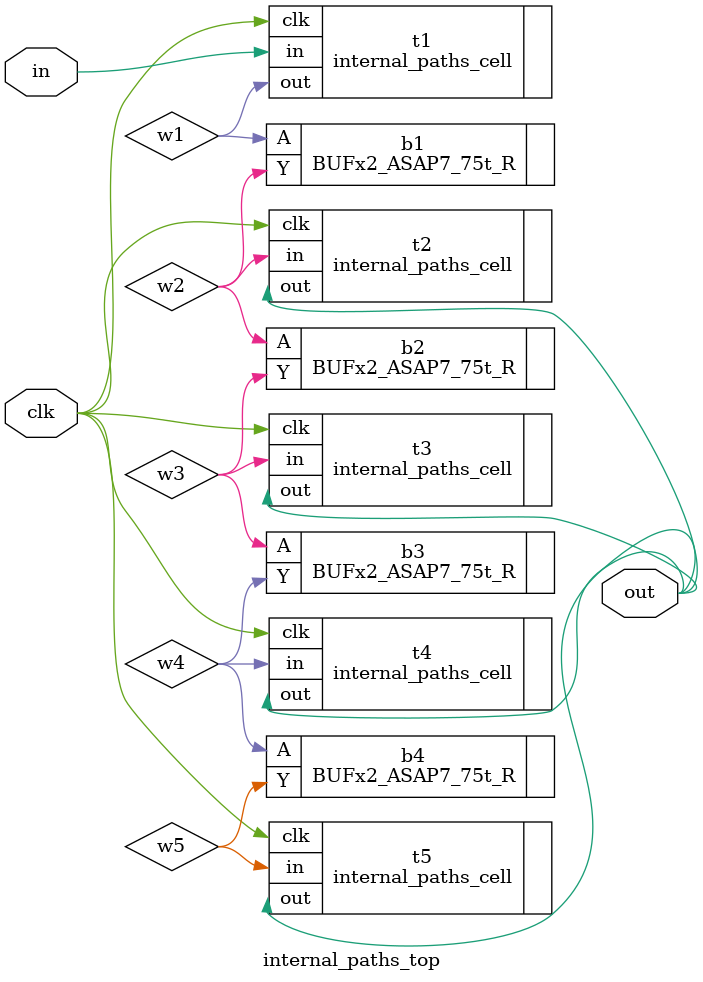
<source format=v>
module internal_paths_top (input in, input clk, output out);

  wire w1, w2, w3, w4, w5;

  internal_paths_cell t1 (.in(in), .clk(clk), .out(w1));

  BUFx2_ASAP7_75t_R b1 (.A(w1), .Y(w2));
  BUFx2_ASAP7_75t_R b2 (.A(w2), .Y(w3));

  internal_paths_cell t2 (.in(w2), .clk(clk), .out(out));

  internal_paths_cell t3 (.in(w3), .clk(clk), .out(out));

  BUFx2_ASAP7_75t_R b3 (.A(w3), .Y(w4));
  BUFx2_ASAP7_75t_R b4 (.A(w4), .Y(w5));

  internal_paths_cell t4 (.in(w4), .clk(clk), .out(out));

  internal_paths_cell t5 (.in(w5), .clk(clk), .out(out));
  
endmodule
</source>
